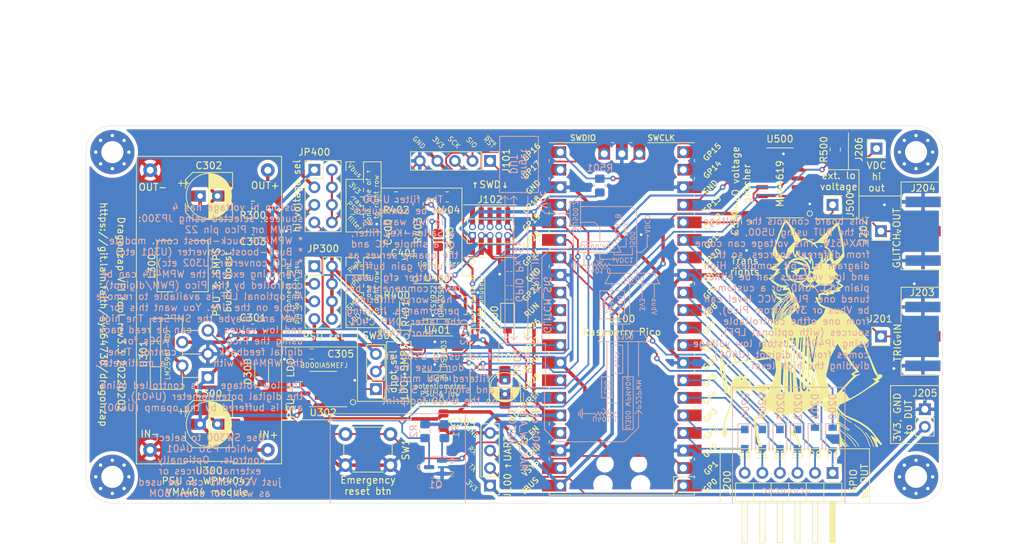
<source format=kicad_pcb>
(kicad_pcb (version 20211014) (generator pcbnew)

  (general
    (thickness 1.6)
  )

  (paper "A4")
  (layers
    (0 "F.Cu" signal)
    (31 "B.Cu" signal)
    (32 "B.Adhes" user "B.Adhesive")
    (33 "F.Adhes" user "F.Adhesive")
    (34 "B.Paste" user)
    (35 "F.Paste" user)
    (36 "B.SilkS" user "B.Silkscreen")
    (37 "F.SilkS" user "F.Silkscreen")
    (38 "B.Mask" user)
    (39 "F.Mask" user)
    (40 "Dwgs.User" user "User.Drawings")
    (41 "Cmts.User" user "User.Comments")
    (42 "Eco1.User" user "User.Eco1")
    (43 "Eco2.User" user "User.Eco2")
    (44 "Edge.Cuts" user)
    (45 "Margin" user)
    (46 "B.CrtYd" user "B.Courtyard")
    (47 "F.CrtYd" user "F.Courtyard")
    (48 "B.Fab" user)
    (49 "F.Fab" user)
  )

  (setup
    (stackup
      (layer "F.SilkS" (type "Top Silk Screen"))
      (layer "F.Paste" (type "Top Solder Paste"))
      (layer "F.Mask" (type "Top Solder Mask") (thickness 0.01))
      (layer "F.Cu" (type "copper") (thickness 0.035))
      (layer "dielectric 1" (type "core") (thickness 1.51) (material "FR4") (epsilon_r 4.5) (loss_tangent 0.02))
      (layer "B.Cu" (type "copper") (thickness 0.035))
      (layer "B.Mask" (type "Bottom Solder Mask") (thickness 0.01))
      (layer "B.Paste" (type "Bottom Solder Paste"))
      (layer "B.SilkS" (type "Bottom Silk Screen"))
      (copper_finish "None")
      (dielectric_constraints no)
    )
    (pad_to_mask_clearance 0)
    (pcbplotparams
      (layerselection 0x00010fc_ffffffff)
      (disableapertmacros false)
      (usegerberextensions false)
      (usegerberattributes true)
      (usegerberadvancedattributes true)
      (creategerberjobfile true)
      (svguseinch false)
      (svgprecision 6)
      (excludeedgelayer true)
      (plotframeref false)
      (viasonmask false)
      (mode 1)
      (useauxorigin false)
      (hpglpennumber 1)
      (hpglpenspeed 20)
      (hpglpendiameter 15.000000)
      (dxfpolygonmode true)
      (dxfimperialunits true)
      (dxfusepcbnewfont true)
      (psnegative false)
      (psa4output false)
      (plotreference true)
      (plotvalue true)
      (plotinvisibletext false)
      (sketchpadsonfab false)
      (subtractmaskfromsilk false)
      (outputformat 1)
      (mirror false)
      (drillshape 0)
      (scaleselection 1)
      (outputdirectory "grb3/")
    )
  )

  (net 0 "")
  (net 1 "GND")
  (net 2 "VBUS")
  (net 3 "+3V3")
  (net 4 "+3.3VADC")
  (net 5 "Net-(D100-Pad1)")
  (net 6 "UART_RX")
  (net 7 "UART_TX")
  (net 8 "/controller/SWDIO")
  (net 9 "/controller/SWCLK")
  (net 10 "unconnected-(J102-Pad8)")
  (net 11 "unconnected-(J102-Pad7)")
  (net 12 "unconnected-(J102-Pad6)")
  (net 13 "GPIO_P0D")
  (net 14 "GPIO_P0W")
  (net 15 "GPIO_P1D")
  (net 16 "GPIO_P1W")
  (net 17 "TRIG_IN")
  (net 18 "GLITCH_OUT")
  (net 19 "P22PWM")
  (net 20 "ADC0")
  (net 21 "ADC1")
  (net 22 "/psu/FB_LDO")
  (net 23 "/psu/FB_SMPS")
  (net 24 "GPIO_S3W")
  (net 25 "GPIO_S3D")
  (net 26 "GPIO_S2W")
  (net 27 "GPIO_S2D")
  (net 28 "GPIO_S1W")
  (net 29 "GPIO_S1D")
  (net 30 "GPIO_S0W")
  (net 31 "GPIO_S0D")
  (net 32 "DPOT_DAT")
  (net 33 "DPOT_CLK")
  (net 34 "unconnected-(U100-Pad22)")
  (net 35 "MAX_SW_B")
  (net 36 "MAX_SW_A")
  (net 37 "MAX_EN")
  (net 38 "DPOT_HI")
  (net 39 "Net-(C400-Pad1)")
  (net 40 "Net-(D300-Pad1)")
  (net 41 "Vdcflt")
  (net 42 "Vdclo")
  (net 43 "GLITCH_SIG")
  (net 44 "DPOT_W")
  (net 45 "Net-(J500-Pad1)")
  (net 46 "DPOT_LO")
  (net 47 "unconnected-(U100-Pad30)")
  (net 48 "Net-(C401-Pad1)")
  (net 49 "Net-(JP300-Pad2)")
  (net 50 "Net-(C302-Pad1)")
  (net 51 "Net-(C305-Pad1)")
  (net 52 "EMERG_SHDN")
  (net 53 "~{EMERG_SHDN}")
  (net 54 "unconnected-(U100-Pad34)")
  (net 55 "unconnected-(U100-Pad39)")
  (net 56 "unconnected-(U302-Pad4)")
  (net 57 "unconnected-(U302-Pad6)")
  (net 58 "Net-(C401-Pad2)")
  (net 59 "unconnected-(U302-Pad7)")
  (net 60 "unconnected-(U401-Pad13)")
  (net 61 "Net-(U500-Pad13)")
  (net 62 "/glitchout/Vdclo_def")
  (net 63 "Net-(R405-Pad1)")

  (footprint "MCU_RaspberryPi_and_Boards:RPi_Pico_SMD_TH" (layer "F.Cu") (at 157.48 83.82 180))

  (footprint "Connector_PinHeader_2.54mm:PinHeader_1x04_P2.54mm_Vertical" (layer "F.Cu") (at 138.43 107.95 180))

  (footprint "Resistor_SMD:R_0805_2012Metric_Pad1.20x1.40mm_HandSolder" (layer "F.Cu") (at 132.207 66.167))

  (footprint "Capacitor_SMD:CP_Elec_6.3x5.3" (layer "F.Cu") (at 97.79 66.04))

  (footprint "Connector_PinHeader_2.54mm:PinHeader_1x01_P2.54mm_Vertical" (layer "F.Cu") (at 194.31 59.182))

  (footprint "Resistor_SMD:R_0805_2012Metric_Pad1.20x1.40mm_HandSolder" (layer "F.Cu") (at 128.016 67.183 90))

  (footprint "Package_SO:SO-8_3.9x4.9mm_P1.27mm" (layer "F.Cu") (at 130.81 81.28))

  (footprint "Capacitor_THT:CP_Radial_D6.3mm_P2.50mm" (layer "F.Cu") (at 96.52 66.04))

  (footprint "Capacitor_SMD:C_0805_2012Metric_Pad1.18x1.45mm_HandSolder" (layer "F.Cu") (at 131.699 98.552 -90))

  (footprint "Package_SO:HSOP-8-1EP_3.9x4.9mm_P1.27mm_EP2.41x3.1mm" (layer "F.Cu") (at 114.3 93.98 180))

  (footprint "Resistor_SMD:R_0805_2012Metric_Pad1.20x1.40mm_HandSolder" (layer "F.Cu") (at 124.079 83.058 90))

  (footprint "Capacitor_SMD:CP_Elec_4x3.9" (layer "F.Cu") (at 140.589 93.726 -90))

  (footprint "Diode_SMD:D_SOD-123" (layer "F.Cu") (at 105.41 91.44 90))

  (footprint "Connector_PinHeader_2.54mm:PinHeader_1x01_P2.54mm_Vertical" (layer "F.Cu") (at 194.945 71.12))

  (footprint "Button_Switch_THT:SW_PUSH_6mm" (layer "F.Cu") (at 117.527 100.493))

  (footprint "Connector_PinHeader_2.54mm:PinHeader_1x06_P2.54mm_Horizontal" (layer "F.Cu") (at 187.96 106.115 -90))

  (footprint "Resistor_SMD:R_0805_2012Metric_Pad1.20x1.40mm_HandSolder" (layer "F.Cu") (at 124.952 78.74 180))

  (footprint "Capacitor_SMD:C_0603_1608Metric_Pad1.08x0.95mm_HandSolder" (layer "F.Cu") (at 104.14 85.09))

  (footprint "Connector_PinHeader_2.54mm:PinHeader_1x05_P2.54mm_Vertical" (layer "F.Cu") (at 138.43 60.96 -90))

  (footprint "Connector_PinHeader_2.54mm:PinHeader_1x03_P2.54mm_Vertical" (layer "F.Cu") (at 121.92 93.98 180))

  (footprint "Inductor_SMD:L_7.3x7.3_H4.5" (layer "F.Cu") (at 93.98 76.2 90))

  (footprint "Package_SO:TSSOP-14_4.4x5mm_P0.65mm" (layer "F.Cu") (at 130.81 88.9))

  (footprint "Package_SO:SO-16_3.9x9.9mm_P1.27mm" (layer "F.Cu") (at 180.34 64.135 180))

  (footprint "Capacitor_THT:CP_Radial_D4.0mm_P2.00mm" (layer "F.Cu") (at 140.589 92.71 -90))

  (footprint "MountingHole:MountingHole_3.2mm_M3_Pad_Via" (layer "F.Cu") (at 83.82 106.68))

  (footprint "MountingHole:MountingHole_3.2mm_M3_Pad_Via" (layer "F.Cu") (at 83.82 59.69))

  (footprint "Capacitor_SMD:C_0603_1608Metric_Pad1.08x0.95mm_HandSolder" (layer "F.Cu") (at 104.14 71.12))

  (footprint "Connector_PinHeader_2.54mm:PinHeader_1x02_P2.54mm_Vertical" (layer "F.Cu") (at 201.295 96.901))

  (footprint "Package_TO_SOT_THT:TO-220-5_P3.4x3.7mm_StaggerOdd_Lead3.8mm_Vertical" (layer "F.Cu") (at 97.63 92.3 90))

  (footprint "Connector_PinHeader_2.54mm:PinHeader_1x01_P2.54mm_Vertical" (layer "F.Cu") (at 187.96 67.31 180))

  (footprint "Resistor_SMD:R_0805_2012Metric_Pad1.20x1.40mm_HandSolder" (layer "F.Cu") (at 130.937 72.406 90))

  (footprint "Diode_SMD:D_SOD-123" (layer "F.Cu") (at 140.97 83.82 -90))

  (footprint "Capacitor_SMD:C_0805_2012Metric_Pad1.18x1.45mm_HandSolder" (layer "F.Cu")
    (tedit 5F68FEEF) (tstamp 9a93b9f5-04fa-4b9d-a8fc-1a71c825cf7d)
    (at 175.514 69.8285 90)
    (descr "Capacitor SMD 0805 (2012 Metric), square (rectangular) end terminal, IPC_7351 nominal with elongated pad for handsoldering. (Body size source: IPC-SM-782 page 76, https://www.pcb-3d.
... [1018557 chars truncated]
</source>
